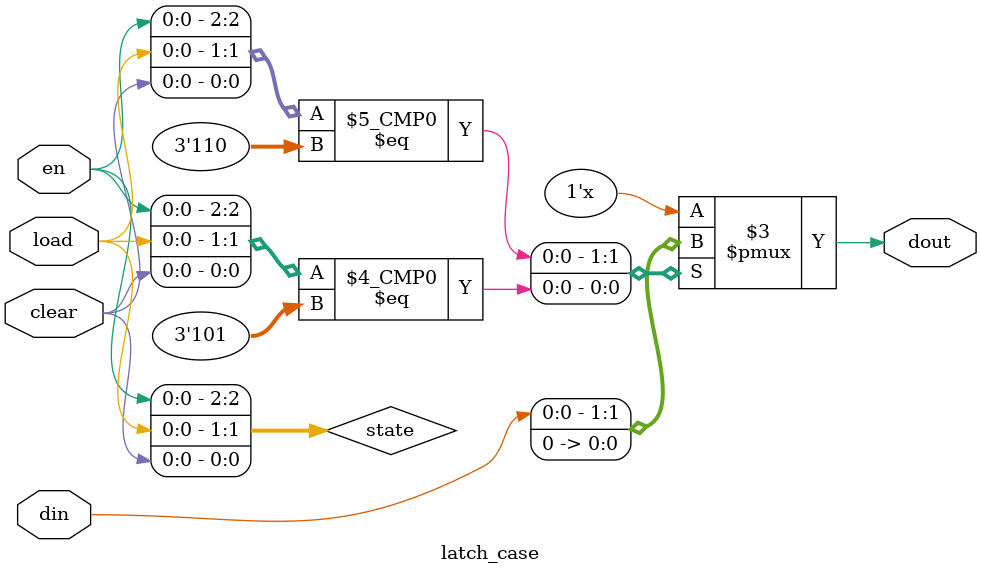
<source format=v>
module latch_case (
    input en, 
    input load,
    input clear,
    input din,
    output reg dout
);

wire [2:0] state;

assign state = {en,load,clear}; 

always@(*) begin
    case(state)
        3'b110 : dout = din;
	3'b101 : dout = 1'b0;
    endcase
end

endmodule



</source>
